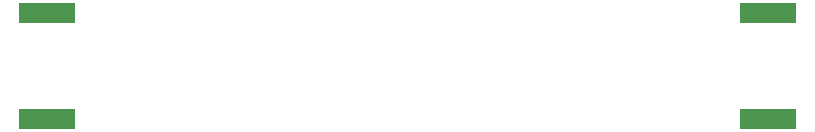
<source format=gbr>
G04 #@! TF.GenerationSoftware,KiCad,Pcbnew,(5.1.4)-1*
G04 #@! TF.CreationDate,2019-08-19T13:53:23-06:00*
G04 #@! TF.ProjectId,Windchill01,57696e64-6368-4696-9c6c-30312e6b6963,rev?*
G04 #@! TF.SameCoordinates,Original*
G04 #@! TF.FileFunction,Paste,Bot*
G04 #@! TF.FilePolarity,Positive*
%FSLAX46Y46*%
G04 Gerber Fmt 4.6, Leading zero omitted, Abs format (unit mm)*
G04 Created by KiCad (PCBNEW (5.1.4)-1) date 2019-08-19 13:53:23*
%MOMM*%
%LPD*%
G04 APERTURE LIST*
%ADD10R,4.720000X1.670000*%
G04 APERTURE END LIST*
D10*
X144600000Y-68745000D03*
X144600000Y-77695000D03*
X83600000Y-77695000D03*
X83600000Y-68745000D03*
M02*

</source>
